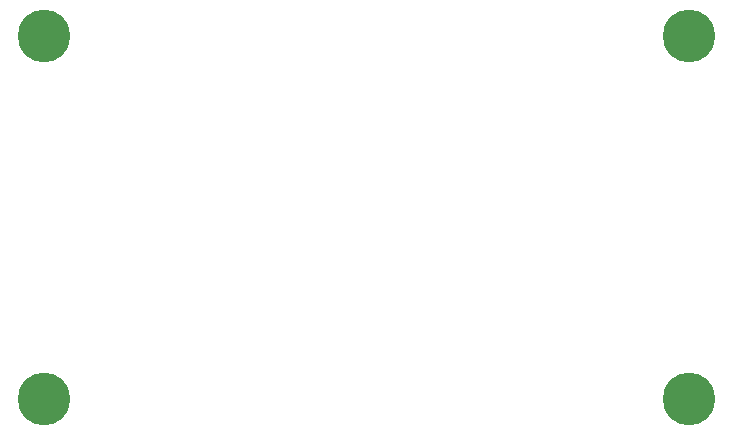
<source format=gbr>
%TF.GenerationSoftware,KiCad,Pcbnew,(5.1.9)-1*%
%TF.CreationDate,2025-02-14T08:16:11-08:00*%
%TF.ProjectId,RADA3K,52414441-334b-42e6-9b69-6361645f7063,rev?*%
%TF.SameCoordinates,Original*%
%TF.FileFunction,Soldermask,Top*%
%TF.FilePolarity,Negative*%
%FSLAX46Y46*%
G04 Gerber Fmt 4.6, Leading zero omitted, Abs format (unit mm)*
G04 Created by KiCad (PCBNEW (5.1.9)-1) date 2025-02-14 08:16:11*
%MOMM*%
%LPD*%
G01*
G04 APERTURE LIST*
%ADD10C,4.464000*%
G04 APERTURE END LIST*
D10*
%TO.C,GND*%
X114554000Y-136652000D03*
%TD*%
%TO.C,GND*%
X114554000Y-105918000D03*
%TD*%
%TO.C,GND*%
X59944000Y-136652000D03*
%TD*%
%TO.C,GND*%
X59944000Y-105918000D03*
%TD*%
M02*

</source>
